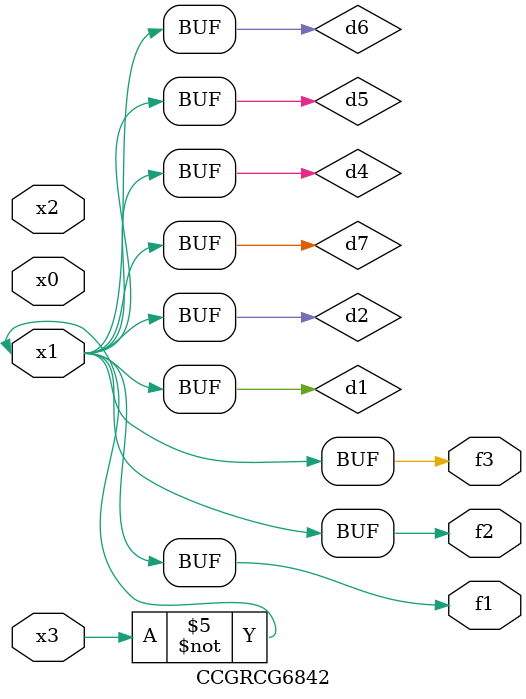
<source format=v>
module CCGRCG6842(
	input x0, x1, x2, x3,
	output f1, f2, f3
);

	wire d1, d2, d3, d4, d5, d6, d7;

	not (d1, x3);
	buf (d2, x1);
	xnor (d3, d1, d2);
	nor (d4, d1);
	buf (d5, d1, d2);
	buf (d6, d4, d5);
	nand (d7, d4);
	assign f1 = d6;
	assign f2 = d7;
	assign f3 = d6;
endmodule

</source>
